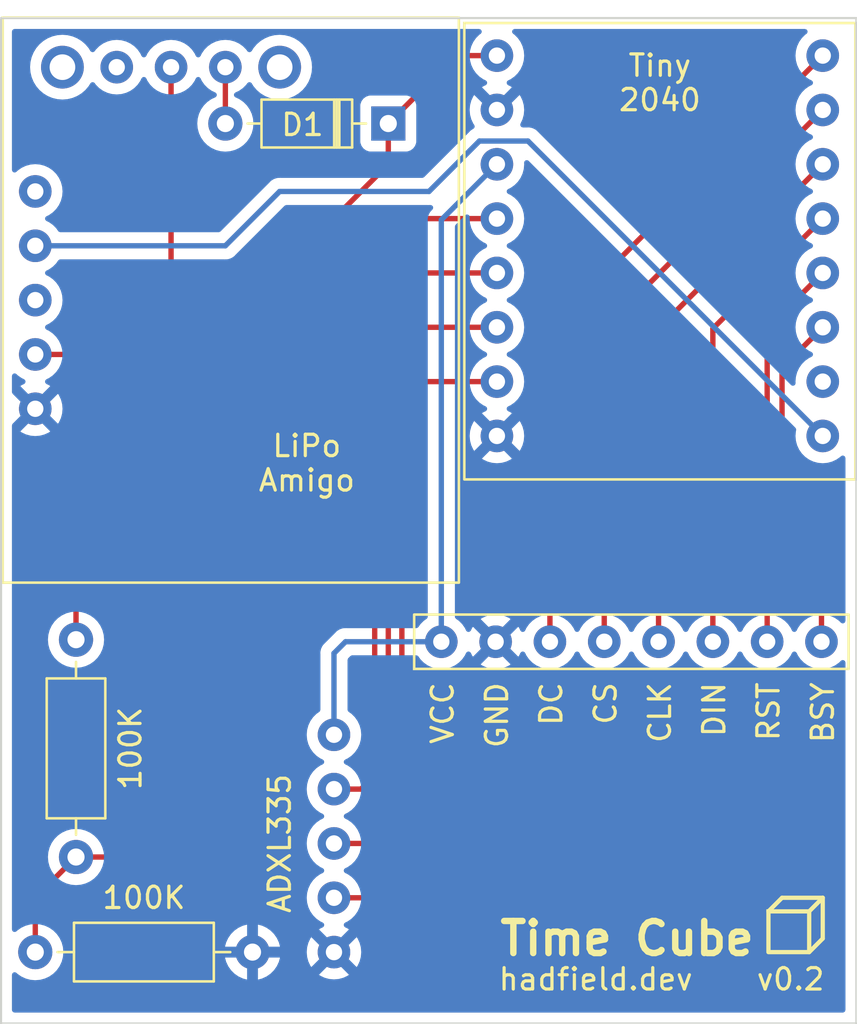
<source format=kicad_pcb>
(kicad_pcb (version 20211014) (generator pcbnew)
  (layers (0 "F.Cu" signal) (31 "B.Cu" signal) (34 "B.Paste" user) (35 "F.Paste" user) (36 "B.SilkS" user "B.Silkscreen") (37 "F.SilkS" user "F.Silkscreen") (38 "B.Mask" user) (39 "F.Mask" user) (44 "Edge.Cuts" user))
  (net 0 "")
  (net 1 "Net-(R1-Pad1)")
  (net 2 "Net-(R1-Pad2)")
  (net 4 "Net-(U2-Pad2)")
  (net 5 "Net-(U2-Pad3)")
  (net 6 "Net-(U2-Pad4)")
  (net 8 "/GND")
  (net 9 "/VCC")
  (net 10 "Net-(U5-Pad8)")
  (net 11 "Net-(U5-Pad7)")
  (net 12 "Net-(U5-Pad6)")
  (net 13 "Net-(U5-Pad5)")
  (net 14 "Net-(U5-Pad4)")
  (net 15 "Net-(U5-Pad3)")
  (net 17 "Net-(U1-Pad4)")
  (net 18 "Net-(SW1-Pad3)")
  (net 19 "Net-(U3-Pad9)")
  (footprint "Timecube:Driver Data" (layer "F.Cu") (at 128.21 91.535 90)
    (fp_text reference "U5")
    (fp_text value "E-ink_Driver")
    (fp_rect (start -8.89 -8.89) (end -6.35 11.43) (layer "F.SilkS") (width 0.12) (fill none))
    (pad "1" thru_hole circle (at -7.62 -7.62 90) (size 1.524 1.524) (drill 0.762) (layers *.Cu *.Mask) (net 9 "/VCC"))
    (pad "2" thru_hole circle (at -7.62 -5.08 90) (size 1.524 1.524) (drill 0.762) (layers *.Cu *.Mask) (net 8 "/GND"))
    (pad "3" thru_hole circle (at -7.62 -2.54 90) (size 1.524 1.524) (drill 0.762) (layers *.Cu *.Mask) (net 15 "Net-(U5-Pad3)"))
    (pad "4" thru_hole circle (at -7.62 0 90) (size 1.524 1.524) (drill 0.762) (layers *.Cu *.Mask) (net 14 "Net-(U5-Pad4)"))
    (pad "5" thru_hole circle (at -7.62 2.54 90) (size 1.524 1.524) (drill 0.762) (layers *.Cu *.Mask) (net 13 "Net-(U5-Pad5)"))
    (pad "6" thru_hole circle (at -7.62 5.08 90) (size 1.524 1.524) (drill 0.762) (layers *.Cu *.Mask) (net 12 "Net-(U5-Pad6)"))
    (pad "7" thru_hole circle (at -7.62 7.62 90) (size 1.524 1.524) (drill 0.762) (layers *.Cu *.Mask) (net 11 "Net-(U5-Pad7)"))
    (pad "8" thru_hole circle (at -7.62 10.16 90) (size 1.524 1.524) (drill 0.762) (layers *.Cu *.Mask) (net 10 "Net-(U5-Pad8)"))
  )
  (footprint "Timecube:Tiny2040" (layer "F.Cu") (at 130.81 79.375)
    (fp_text reference "U3")
    (fp_text value "Tiny2040")
    (fp_rect (start -9.144 -9.144) (end 9.144 12.192) (layer "F.SilkS") (width 0.12) (fill none))
    (pad "1" thru_hole circle (at -7.62 -7.62) (size 1.524 1.524) (drill 0.762) (layers *.Cu *.Mask) (net 1 "Net-(R1-Pad1)"))
    (pad "2" thru_hole circle (at -7.62 -5.08) (size 1.524 1.524) (drill 0.762) (layers *.Cu *.Mask) (net 8 "/GND"))
    (pad "3" thru_hole circle (at -7.62 -2.54) (size 1.524 1.524) (drill 0.762) (layers *.Cu *.Mask) (net 9 "/VCC"))
    (pad "4" thru_hole circle (at -7.62 0) (size 1.524 1.524) (drill 0.762) (layers *.Cu *.Mask) (net 2 "Net-(R1-Pad2)"))
    (pad "5" thru_hole circle (at -7.62 2.54) (size 1.524 1.524) (drill 0.762) (layers *.Cu *.Mask) (net 4 "Net-(U2-Pad2)"))
    (pad "6" thru_hole circle (at -7.62 5.08) (size 1.524 1.524) (drill 0.762) (layers *.Cu *.Mask) (net 5 "Net-(U2-Pad3)"))
    (pad "7" thru_hole circle (at -7.62 7.62) (size 1.524 1.524) (drill 0.762) (layers *.Cu *.Mask) (net 6 "Net-(U2-Pad4)"))
    (pad "8" thru_hole circle (at -7.62 10.16) (size 1.524 1.524) (drill 0.762) (layers *.Cu *.Mask) (net 8 "/GND"))
    (pad "9" thru_hole circle (at 7.62 10.16) (size 1.524 1.524) (drill 0.762) (layers *.Cu *.Mask) (net 19 "Net-(U3-Pad9)"))
    (pad "10" thru_hole circle (at 7.62 7.62) (size 1.524 1.524) (drill 0.762) (layers *.Cu *.Mask))
    (pad "11" thru_hole circle (at 7.62 5.08) (size 1.524 1.524) (drill 0.762) (layers *.Cu *.Mask) (net 10 "Net-(U5-Pad8)"))
    (pad "12" thru_hole circle (at 7.62 2.54) (size 1.524 1.524) (drill 0.762) (layers *.Cu *.Mask) (net 11 "Net-(U5-Pad7)"))
    (pad "13" thru_hole circle (at 7.62 0) (size 1.524 1.524) (drill 0.762) (layers *.Cu *.Mask) (net 12 "Net-(U5-Pad6)"))
    (pad "14" thru_hole circle (at 7.62 -2.54) (size 1.524 1.524) (drill 0.762) (layers *.Cu *.Mask) (net 13 "Net-(U5-Pad5)"))
    (pad "15" thru_hole circle (at 7.62 -5.08) (size 1.524 1.524) (drill 0.762) (layers *.Cu *.Mask) (net 14 "Net-(U5-Pad4)"))
    (pad "16" thru_hole circle (at 7.62 -7.62) (size 1.524 1.524) (drill 0.762) (layers *.Cu *.Mask) (net 15 "Net-(U5-Pad3)"))
  )
  (footprint "Resistor_THT:R_Axial_DIN0207_L6.3mm_D2.5mm_P10.16mm_Horizontal" (layer "F.Cu") (at 103.505 99.06 -90)
    (fp_text reference "R1")
    (fp_text value "100K" (at 5.08 -2.54 90) (layer "F.SilkS"))
    (fp_line (start 1.81 1.37) (end 8.35 1.37) (layer "F.SilkS") (width 0.12))
    (fp_line (start 8.35 -1.37) (end 1.81 -1.37) (layer "F.SilkS") (width 0.12))
    (fp_line (start 9.12 0) (end 8.35 0) (layer "F.SilkS") (width 0.12))
    (fp_line (start 1.81 -1.37) (end 1.81 1.37) (layer "F.SilkS") (width 0.12))
    (fp_line (start 1.04 0) (end 1.81 0) (layer "F.SilkS") (width 0.12))
    (fp_line (start 8.35 1.37) (end 8.35 -1.37) (layer "F.SilkS") (width 0.12))
    (pad "1" thru_hole circle (at 0 0 270) (size 1.6 1.6) (drill 0.8) (layers *.Cu *.Mask) (net 1 "Net-(R1-Pad1)"))
    (pad "2" thru_hole oval (at 10.16 0 270) (size 1.6 1.6) (drill 0.8) (layers *.Cu *.Mask) (net 2 "Net-(R1-Pad2)"))
  )
  (footprint "Diode_THT:D_DO-35_SOD27_P7.62mm_Horizontal" (layer "F.Cu") (at 118.11 74.93 180)
    (fp_text reference "D1" (at 4.015 -0.06) (layer "F.SilkS"))
    (fp_text value "1N5712")
    (fp_line (start 2.41 -1.12) (end 2.41 1.12) (layer "F.SilkS") (width 0.12))
    (fp_line (start 5.93 -1.12) (end 1.69 -1.12) (layer "F.SilkS") (width 0.12))
    (fp_line (start 1.69 -1.12) (end 1.69 1.12) (layer "F.SilkS") (width 0.12))
    (fp_line (start 5.93 1.12) (end 5.93 -1.12) (layer "F.SilkS") (width 0.12))
    (fp_line (start 2.53 -1.12) (end 2.53 1.12) (layer "F.SilkS") (width 0.12))
    (fp_line (start 1.69 1.12) (end 5.93 1.12) (layer "F.SilkS") (width 0.12))
    (fp_line (start 2.29 -1.12) (end 2.29 1.12) (layer "F.SilkS") (width 0.12))
    (fp_line (start 1.04 0) (end 1.69 0) (layer "F.SilkS") (width 0.12))
    (fp_line (start 6.58 0) (end 5.93 0) (layer "F.SilkS") (width 0.12))
    (pad "1" thru_hole rect (at 0 0 180) (size 1.6 1.6) (drill 0.8) (layers *.Cu *.Mask) (net 1 "Net-(R1-Pad1)"))
    (pad "2" thru_hole oval (at 7.62 0 180) (size 1.6 1.6) (drill 0.8) (layers *.Cu *.Mask) (net 18 "Net-(SW1-Pad3)"))
  )
  (footprint "Timecube:LiPo Amigo" (layer "F.Cu") (at 109.22 83.185)
    (fp_text reference "U1")
    (fp_text value "Pimoroni_LiPo_Amigo")
    (fp_rect (start -9.144 -13.208) (end 12.192 13.208) (layer "F.SilkS") (width 0.12) (fill none))
    (pad "1" thru_hole circle (at -7.62 -5.08) (size 1.524 1.524) (drill 0.762) (layers *.Cu *.Mask))
    (pad "2" thru_hole circle (at -7.62 -2.54) (size 1.524 1.524) (drill 0.762) (layers *.Cu *.Mask) (net 19 "Net-(U3-Pad9)"))
    (pad "3" thru_hole circle (at -7.62 0) (size 1.524 1.524) (drill 0.762) (layers *.Cu *.Mask))
    (pad "4" thru_hole circle (at -7.62 2.54) (size 1.524 1.524) (drill 0.762) (layers *.Cu *.Mask) (net 17 "Net-(U1-Pad4)"))
    (pad "5" thru_hole circle (at -7.62 5.08) (size 1.524 1.524) (drill 0.762) (layers *.Cu *.Mask) (net 8 "/GND"))
  )
  (footprint "Resistor_THT:R_Axial_DIN0207_L6.3mm_D2.5mm_P10.16mm_Horizontal" (layer "F.Cu") (at 101.6 113.665)
    (fp_text reference "R2")
    (fp_text value "100K" (at 5.08 -2.54) (layer "F.SilkS"))
    (fp_line (start 1.81 1.37) (end 8.35 1.37) (layer "F.SilkS") (width 0.12))
    (fp_line (start 1.04 0) (end 1.81 0) (layer "F.SilkS") (width 0.12))
    (fp_line (start 8.35 -1.37) (end 1.81 -1.37) (layer "F.SilkS") (width 0.12))
    (fp_line (start 9.12 0) (end 8.35 0) (layer "F.SilkS") (width 0.12))
    (fp_line (start 1.81 -1.37) (end 1.81 1.37) (layer "F.SilkS") (width 0.12))
    (fp_line (start 8.35 1.37) (end 8.35 -1.37) (layer "F.SilkS") (width 0.12))
    (pad "1" thru_hole circle (at 0 0) (size 1.6 1.6) (drill 0.8) (layers *.Cu *.Mask) (net 2 "Net-(R1-Pad2)"))
    (pad "2" thru_hole oval (at 10.16 0) (size 1.6 1.6) (drill 0.8) (layers *.Cu *.Mask) (net 8 "/GND"))
  )
  (footprint "Timecube:ADXL335" (layer "F.Cu") (at 120.65 108.585)
    (fp_text reference "U2")
    (fp_text value "Timecube_Accelerometer")
    (pad "1" thru_hole circle (at -5.08 -5.08) (size 1.524 1.524) (drill 0.762) (layers *.Cu *.Mask) (net 9 "/VCC"))
    (pad "2" thru_hole circle (at -5.08 -2.54) (size 1.524 1.524) (drill 0.762) (layers *.Cu *.Mask) (net 4 "Net-(U2-Pad2)"))
    (pad "3" thru_hole circle (at -5.08 0) (size 1.524 1.524) (drill 0.762) (layers *.Cu *.Mask) (net 5 "Net-(U2-Pad3)"))
    (pad "4" thru_hole circle (at -5.08 2.54) (size 1.524 1.524) (drill 0.762) (layers *.Cu *.Mask) (net 6 "Net-(U2-Pad4)"))
    (pad "5" thru_hole circle (at -5.08 5.08) (size 1.524 1.524) (drill 0.762) (layers *.Cu *.Mask) (net 8 "/GND"))
  )
  (footprint "Timecube:Switch" (layer "B.Cu") (at 107.95 77.375 -90)
    (fp_text reference "SW1")
    (fp_text value "SW_SPDT")
    (pad "" np_thru_hole circle (at -5.08 5.08 270) (size 2 2) (drill 1.2) (layers F&B.Cu *.Mask))
    (pad "" np_thru_hole circle (at -5.08 -5.08 270) (size 2 2) (drill 1.2) (layers F&B.Cu *.Mask))
    (pad "1" thru_hole circle (at -5.08 2.54 270) (size 1.524 1.524) (drill 0.762) (layers *.Cu *.Mask))
    (pad "2" thru_hole circle (at -5.08 0 270) (size 1.524 1.524) (drill 0.762) (layers *.Cu *.Mask) (net 17 "Net-(U1-Pad4)"))
    (pad "3" thru_hole circle (at -5.08 -2.54 270) (size 1.524 1.524) (drill 0.762) (layers *.Cu *.Mask) (net 18 "Net-(SW1-Pad3)"))
  )
  (gr_line (start 136.525 111.125) (end 136.525 113.03) (layer "F.Cu") (width 0.2))
  (gr_line (start 136.525 113.03) (end 135.89 113.665) (layer "F.Cu") (width 0.2))
  (gr_line (start 136.525 113.03) (end 138.43 113.03) (layer "F.Cu") (width 0.2))
  (gr_line (start 137.795 111.76) (end 138.43 111.125) (layer "F.SilkS") (width 0.2))
  (gr_rect (start 135.89 113.665) (end 137.795 111.76) (layer "F.SilkS") (width 0.2) (fill none))
  (gr_line (start 135.89 111.76) (end 136.525 111.125) (layer "F.SilkS") (width 0.2))
  (gr_line (start 138.43 111.125) (end 138.43 113.03) (layer "F.SilkS") (width 0.2))
  (gr_line (start 136.525 111.125) (end 138.43 111.125) (layer "F.SilkS") (width 0.2))
  (gr_line (start 138.43 113.03) (end 137.795 113.665) (layer "F.SilkS") (width 0.2))
  (gr_rect (start 100 70) (end 140 117) (layer "Edge.Cuts") (width 0.1) (fill none))
  (gr_text "GND" (at 123.19 100.965 90) (layer "F.SilkS") (effects (font (size 1 1)) (justify right)))
  (gr_text "CLK" (at 130.81 100.965 90) (layer "F.SilkS") (effects (font (size 1 1)) (justify right)))
  (gr_text "ADXL335" (at 113.03 108.585 90) (layer "F.SilkS") (effects (font (size 1 1))))
  (gr_text "Tiny\n2040" (at 130.81 73.025) (layer "F.SilkS") (effects (font (size 1 1))))
  (gr_text "v0.2" (at 135.255 114.935) (layer "F.SilkS") (effects (font (size 1 1)) (justify left)))
  (gr_text "BSY" (at 138.43 100.965 90) (layer "F.SilkS") (effects (font (size 1 1)) (justify right)))
  (gr_text "CS" (at 128.27 100.965 90) (layer "F.SilkS") (effects (font (size 1 1)) (justify right)))
  (gr_text "hadfield.dev" (at 123.19 114.935) (layer "F.SilkS") (effects (font (size 1 1)) (justify left)))
  (gr_text "DC" (at 125.73 100.965 90) (layer "F.SilkS") (effects (font (size 1 1)) (justify right)))
  (gr_text "LiPo\nAmigo" (at 114.3 90.805) (layer "F.SilkS") (effects (font (size 1 1))))
  (gr_text "VCC" (at 120.65 100.965 90) (layer "F.SilkS") (effects (font (size 1 1)) (justify right)))
  (gr_text "RST" (at 135.89 100.965 90) (layer "F.SilkS") (effects (font (size 1 1)) (justify right)))
  (gr_text "DIN" (at 133.35 100.965 90) (layer "F.SilkS") (effects (font (size 1 1)) (justify right)))
  (gr_text "Time Cube" (at 123.19 113.03) (layer "F.SilkS") (effects (font (size 1.5 1.5) (thickness 0.3)) (justify left)))
  (segment (start 118.11 76.835) (end 118.11 74.93) (width 0.25) (layer "F.Cu") (net 1))
  (segment (start 121.285 71.755) (end 118.11 74.93) (width 0.25) (layer "F.Cu") (net 1))
  (segment (start 123.19 71.755) (end 121.285 71.755) (width 0.25) (layer "F.Cu") (net 1))
  (segment (start 103.505 91.44) (end 118.11 76.835) (width 0.25) (layer "F.Cu") (net 1))
  (segment (start 103.505 99.06) (end 103.505 91.44) (width 0.25) (layer "F.Cu") (net 1))
  (segment (start 103.505 109.22) (end 101.6 111.125) (width 0.25) (layer "F.Cu") (net 2))
  (segment (start 107.315 109.22) (end 109.22 107.315) (width 0.25) (layer "F.Cu") (net 2))
  (segment (start 109.22 88.9) (end 118.745 79.375) (width 0.25) (layer "F.Cu") (net 2))
  (segment (start 103.505 109.22) (end 107.315 109.22) (width 0.25) (layer "F.Cu") (net 2))
  (segment (start 118.745 79.375) (end 123.19 79.375) (width 0.25) (layer "F.Cu") (net 2))
  (segment (start 109.22 107.315) (end 109.22 88.9) (width 0.25) (layer "F.Cu") (net 2))
  (segment (start 101.6 111.125) (end 101.6 113.665) (width 0.25) (layer "F.Cu") (net 2))
  (segment (start 116.84 106.045) (end 117.475 105.41) (width 0.25) (layer "F.Cu") (net 4))
  (segment (start 117.475 82.55) (end 118.11 81.915) (width 0.25) (layer "F.Cu") (net 4))
  (segment (start 115.57 106.045) (end 116.84 106.045) (width 0.25) (layer "F.Cu") (net 4))
  (segment (start 117.475 105.41) (end 117.475 82.55) (width 0.25) (layer "F.Cu") (net 4))
  (segment (start 118.11 81.915) (end 123.19 81.915) (width 0.25) (layer "F.Cu") (net 4))
  (segment (start 115.57 108.585) (end 117.475 108.585) (width 0.25) (layer "F.Cu") (net 5))
  (segment (start 118.11 85.09) (end 118.745 84.455) (width 0.25) (layer "F.Cu") (net 5))
  (segment (start 118.745 84.455) (end 123.19 84.455) (width 0.25) (layer "F.Cu") (net 5))
  (segment (start 117.475 108.585) (end 118.11 107.95) (width 0.25) (layer "F.Cu") (net 5))
  (segment (start 118.11 107.95) (end 118.11 85.09) (width 0.25) (layer "F.Cu") (net 5))
  (segment (start 118.745 87.63) (end 119.38 86.995) (width 0.25) (layer "F.Cu") (net 6))
  (segment (start 118.745 110.49) (end 118.745 87.63) (width 0.25) (layer "F.Cu") (net 6))
  (segment (start 118.11 111.125) (end 118.745 110.49) (width 0.25) (layer "F.Cu") (net 6))
  (segment (start 119.38 86.995) (end 123.19 86.995) (width 0.25) (layer "F.Cu") (net 6))
  (segment (start 115.57 111.125) (end 118.11 111.125) (width 0.25) (layer "F.Cu") (net 6))
  (segment (start 120.495 99.06) (end 120.59 99.155) (width 0.25) (layer "F.Cu") (net 9))
  (segment (start 120.59 99.155) (end 120.59 79.435) (width 0.25) (layer "B.Cu") (net 9))
  (segment (start 116.11 99.155) (end 120.59 99.155) (width 0.25) (layer "B.Cu") (net 9))
  (segment (start 115.57 99.695) (end 116.11 99.155) (width 0.25) (layer "B.Cu") (net 9))
  (segment (start 115.57 103.505) (end 115.57 99.695) (width 0.25) (layer "B.Cu") (net 9))
  (segment (start 120.59 79.435) (end 123.19 76.835) (width 0.25) (layer "B.Cu") (net 9))
  (segment (start 136.525 86.36) (end 138.43 84.455) (width 0.25) (layer "F.Cu") (net 10))
  (segment (start 138.37 99.155) (end 138.37 97.73) (width 0.25) (layer "F.Cu") (net 10))
  (segment (start 136.525 95.885) (end 136.525 86.36) (width 0.25) (layer "F.Cu") (net 10))
  (segment (start 138.37 99.155) (end 138.37 99.12) (width 0.25) (layer "F.Cu") (net 10))
  (segment (start 138.37 97.73) (end 136.525 95.885) (width 0.25) (layer "F.Cu") (net 10))
  (segment (start 138.37 99.12) (end 138.43 99.06) (width 0.25) (layer "F.Cu") (net 10))
  (segment (start 135.83 99.155) (end 135.83 84.515) (width 0.25) (layer "F.Cu") (net 11))
  (segment (start 135.83 84.515) (end 138.43 81.915) (width 0.25) (layer "F.Cu") (net 11))
  (segment (start 133.29 99.155) (end 133.29 84.515) (width 0.25) (layer "F.Cu") (net 12))
  (segment (start 133.29 84.515) (end 138.43 79.375) (width 0.25) (layer "F.Cu") (net 12))
  (segment (start 130.75 99.155) (end 130.75 84.515) (width 0.25) (layer "F.Cu") (net 13))
  (segment (start 130.75 84.515) (end 138.43 76.835) (width 0.25) (layer "F.Cu") (net 13))
  (segment (start 128.21 84.515) (end 138.43 74.295) (width 0.25) (layer "F.Cu") (net 14))
  (segment (start 128.21 99.155) (end 128.21 84.515) (width 0.25) (layer "F.Cu") (net 14))
  (segment (start 125.67 84.515) (end 138.43 71.755) (width 0.25) (layer "F.Cu") (net 15))
  (segment (start 125.67 99.155) (end 125.67 84.515) (width 0.25) (layer "F.Cu") (net 15))
  (segment (start 107.95 85.09) (end 107.95 72.295) (width 0.25) (layer "F.Cu") (net 17))
  (segment (start 101.6 85.725) (end 107.315 85.725) (width 0.25) (layer "F.Cu") (net 17))
  (segment (start 107.315 85.725) (end 107.95 85.09) (width 0.25) (layer "F.Cu") (net 17))
  (segment (start 110.49 74.93) (end 110.49 72.295) (width 0.25) (layer "F.Cu") (net 18))
  (segment (start 122.371511 75.748489) (end 124.643489 75.748489) (width 0.25) (layer "B.Cu") (net 19))
  (segment (start 124.643489 75.748489) (end 138.43 89.535) (width 0.25) (layer "B.Cu") (net 19))
  (segment (start 120.015 78.105) (end 122.371511 75.748489) (width 0.25) (layer "B.Cu") (net 19))
  (segment (start 113.03 78.105) (end 120.015 78.105) (width 0.25) (layer "B.Cu") (net 19))
  (segment (start 101.6 80.645) (end 110.49 80.645) (width 0.25) (layer "B.Cu") (net 19))
  (segment (start 110.49 80.645) (end 113.03 78.105) (width 0.25) (layer "B.Cu") (net 19))
  (zone (net 8) (net_name "/GND") (layer "B.Cu") (connect_pads (clearance 0.508)) (min_thickness 0.254) (fill yes (thermal_gap 0.508) (thermal_bridge_width 0.508))
    (polygon (pts (xy 140 117) (xy 100 117) (xy 100 70) (xy 140 70)))
  )
)
</source>
